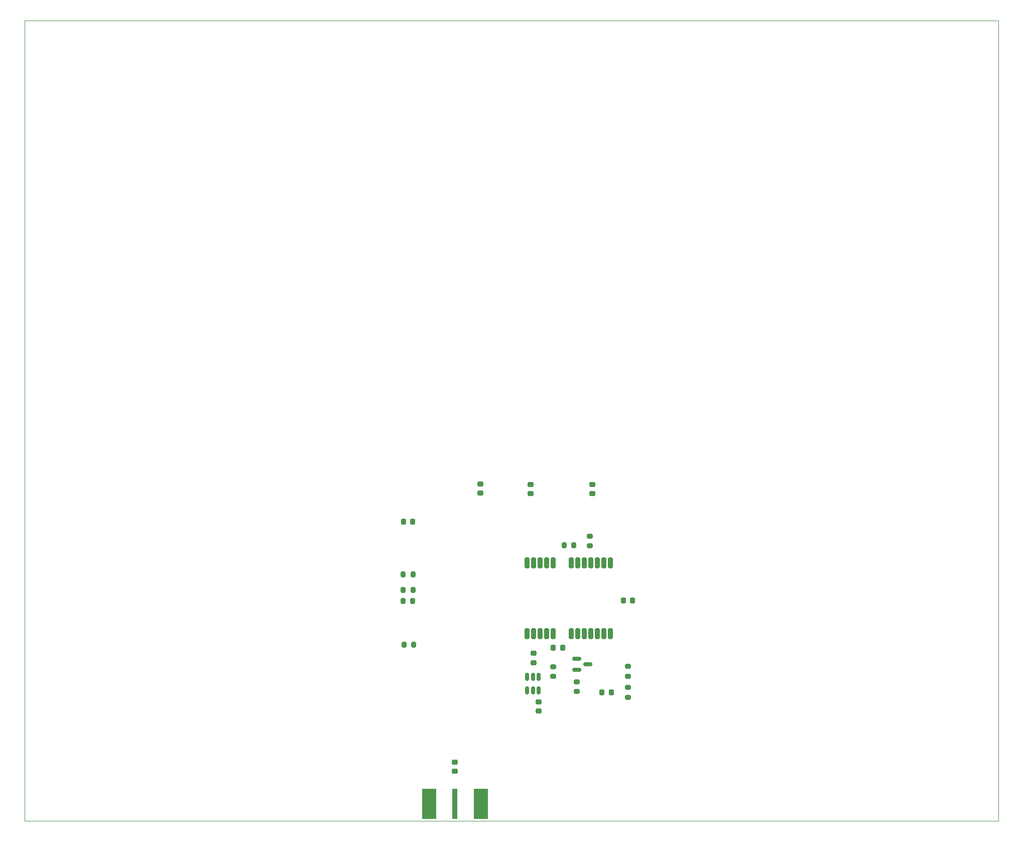
<source format=gbr>
%TF.GenerationSoftware,KiCad,Pcbnew,8.0.1*%
%TF.CreationDate,2024-05-13T23:23:47+02:00*%
%TF.ProjectId,Tracker,54726163-6b65-4722-9e6b-696361645f70,rev?*%
%TF.SameCoordinates,PX2857260PY98c9c50*%
%TF.FileFunction,Paste,Bot*%
%TF.FilePolarity,Positive*%
%FSLAX46Y46*%
G04 Gerber Fmt 4.6, Leading zero omitted, Abs format (unit mm)*
G04 Created by KiCad (PCBNEW 8.0.1) date 2024-05-13 23:23:47*
%MOMM*%
%LPD*%
G01*
G04 APERTURE LIST*
G04 Aperture macros list*
%AMRoundRect*
0 Rectangle with rounded corners*
0 $1 Rounding radius*
0 $2 $3 $4 $5 $6 $7 $8 $9 X,Y pos of 4 corners*
0 Add a 4 corners polygon primitive as box body*
4,1,4,$2,$3,$4,$5,$6,$7,$8,$9,$2,$3,0*
0 Add four circle primitives for the rounded corners*
1,1,$1+$1,$2,$3*
1,1,$1+$1,$4,$5*
1,1,$1+$1,$6,$7*
1,1,$1+$1,$8,$9*
0 Add four rect primitives between the rounded corners*
20,1,$1+$1,$2,$3,$4,$5,0*
20,1,$1+$1,$4,$5,$6,$7,0*
20,1,$1+$1,$6,$7,$8,$9,0*
20,1,$1+$1,$8,$9,$2,$3,0*%
G04 Aperture macros list end*
%ADD10RoundRect,0.200000X0.200000X-0.700000X0.200000X0.700000X-0.200000X0.700000X-0.200000X-0.700000X0*%
%ADD11RoundRect,0.200000X-0.200000X-0.275000X0.200000X-0.275000X0.200000X0.275000X-0.200000X0.275000X0*%
%ADD12RoundRect,0.200000X0.275000X-0.200000X0.275000X0.200000X-0.275000X0.200000X-0.275000X-0.200000X0*%
%ADD13RoundRect,0.218750X-0.256250X0.218750X-0.256250X-0.218750X0.256250X-0.218750X0.256250X0.218750X0*%
%ADD14RoundRect,0.150000X0.150000X-0.512500X0.150000X0.512500X-0.150000X0.512500X-0.150000X-0.512500X0*%
%ADD15RoundRect,0.225000X0.250000X-0.225000X0.250000X0.225000X-0.250000X0.225000X-0.250000X-0.225000X0*%
%ADD16RoundRect,0.200000X0.200000X0.275000X-0.200000X0.275000X-0.200000X-0.275000X0.200000X-0.275000X0*%
%ADD17RoundRect,0.150000X-0.587500X-0.150000X0.587500X-0.150000X0.587500X0.150000X-0.587500X0.150000X0*%
%ADD18RoundRect,0.225000X0.225000X0.250000X-0.225000X0.250000X-0.225000X-0.250000X0.225000X-0.250000X0*%
%ADD19R,0.914400X5.072800*%
%ADD20R,2.420000X5.080000*%
%ADD21RoundRect,0.218750X-0.218750X-0.256250X0.218750X-0.256250X0.218750X0.256250X-0.218750X0.256250X0*%
%TA.AperFunction,Profile*%
%ADD22C,0.100000*%
%TD*%
G04 APERTURE END LIST*
D10*
%TO.C,U8*%
X98800000Y31530000D03*
X97700000Y31530000D03*
X96600000Y31530000D03*
X95500000Y31530000D03*
X94400000Y31530000D03*
X93300000Y31530000D03*
X92200000Y31530000D03*
X89200000Y31530000D03*
X88100000Y31530000D03*
X87000000Y31530000D03*
X85900000Y31530000D03*
X84800000Y31530000D03*
X84800000Y43530000D03*
X85900000Y43530000D03*
X87000000Y43530000D03*
X88100000Y43530000D03*
X89200000Y43530000D03*
X92200000Y43530000D03*
X93300000Y43530000D03*
X94400000Y43530000D03*
X95500000Y43530000D03*
X96600000Y43530000D03*
X97700000Y43530000D03*
X98800000Y43530000D03*
%TD*%
D11*
%TO.C,R35*%
X63870000Y41530000D03*
X65520000Y41530000D03*
%TD*%
D12*
%TO.C,R38*%
X101810000Y20850000D03*
X101810000Y22500000D03*
%TD*%
D11*
%TO.C,R36*%
X63905000Y38910000D03*
X65555000Y38910000D03*
%TD*%
D13*
%TO.C,L3*%
X95780000Y56737500D03*
X95780000Y55162500D03*
%TD*%
D11*
%TO.C,R100*%
X91040000Y46420000D03*
X92690000Y46420000D03*
%TD*%
D14*
%TO.C,U7*%
X86712500Y21962500D03*
X85762500Y21962500D03*
X84812500Y21962500D03*
X84812500Y24237500D03*
X85762500Y24237500D03*
X86712500Y24237500D03*
%TD*%
D13*
%TO.C,L4*%
X85350000Y56747500D03*
X85350000Y55172500D03*
%TD*%
D12*
%TO.C,R34*%
X93150000Y21800000D03*
X93150000Y23450000D03*
%TD*%
%TO.C,R101*%
X95330000Y46370000D03*
X95330000Y48020000D03*
%TD*%
D15*
%TO.C,C20*%
X72610000Y8350000D03*
X72610000Y9900000D03*
%TD*%
D16*
%TO.C,R44*%
X65680000Y29710000D03*
X64030000Y29710000D03*
%TD*%
D17*
%TO.C,Q9*%
X93150000Y25440000D03*
X93150000Y27340000D03*
X95025000Y26390000D03*
%TD*%
D18*
%TO.C,C16*%
X90760000Y29180000D03*
X89210000Y29180000D03*
%TD*%
D12*
%TO.C,R39*%
X101770000Y24385000D03*
X101770000Y26035000D03*
%TD*%
D13*
%TO.C,L2*%
X76910000Y56817500D03*
X76910000Y55242500D03*
%TD*%
D19*
%TO.C,J100*%
X72620000Y2882800D03*
D20*
X68240000Y2890000D03*
X77000000Y2890000D03*
%TD*%
D15*
%TO.C,C22*%
X86690000Y18510000D03*
X86690000Y20060000D03*
%TD*%
%TO.C,C23*%
X85850000Y26675000D03*
X85850000Y28225000D03*
%TD*%
D12*
%TO.C,R33*%
X89220000Y24340000D03*
X89220000Y25990000D03*
%TD*%
D18*
%TO.C,C18*%
X102575000Y37120000D03*
X101025000Y37120000D03*
%TD*%
D21*
%TO.C,L1*%
X63922500Y50460000D03*
X65497500Y50460000D03*
%TD*%
%TO.C,D19*%
X97435000Y21660000D03*
X99010000Y21660000D03*
%TD*%
D16*
%TO.C,R37*%
X65505000Y37100000D03*
X63855000Y37100000D03*
%TD*%
D22*
X40000Y134960000D02*
X164300000Y134960000D01*
X164300000Y20000D01*
X40000Y20000D01*
X40000Y134960000D01*
M02*

</source>
